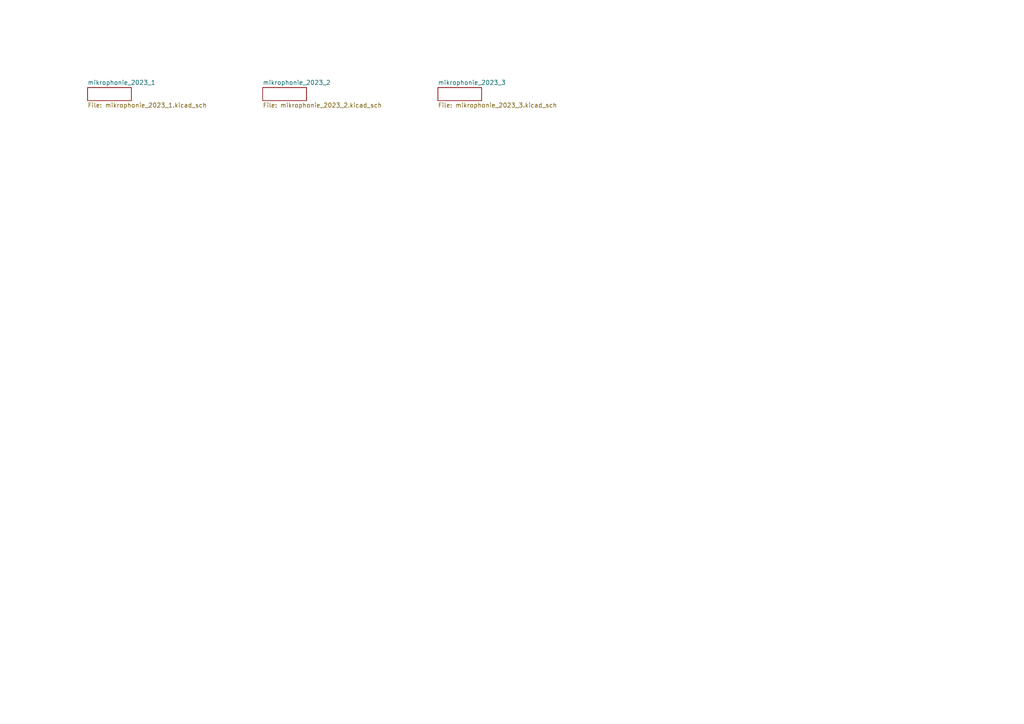
<source format=kicad_sch>
(kicad_sch
	(version 20231120)
	(generator "eeschema")
	(generator_version "8.0")
	(uuid "f93b4b04-04cb-4a33-8a4b-b6f103fe7e8c")
	(paper "A4")
	(lib_symbols)
	(sheet
		(at 25.4 25.4)
		(size 12.7 3.81)
		(fields_autoplaced yes)
		(stroke
			(width 0)
			(type solid)
		)
		(fill
			(color 0 0 0 0.0000)
		)
		(uuid "576ece24-3b03-411a-b973-ff608798a962")
		(property "Sheetname" "mikrophonie_2023_1"
			(at 25.4 24.6884 0)
			(effects
				(font
					(size 1.27 1.27)
				)
				(justify left bottom)
			)
		)
		(property "Sheetfile" "mikrophonie_2023_1.kicad_sch"
			(at 25.4 29.7946 0)
			(effects
				(font
					(size 1.27 1.27)
				)
				(justify left top)
			)
		)
		(instances
			(project "mikrophonie_2023"
				(path "/f93b4b04-04cb-4a33-8a4b-b6f103fe7e8c"
					(page "1")
				)
			)
		)
	)
	(sheet
		(at 127 25.4)
		(size 12.7 3.81)
		(fields_autoplaced yes)
		(stroke
			(width 0)
			(type solid)
		)
		(fill
			(color 0 0 0 0.0000)
		)
		(uuid "8df2d9d8-041e-46b5-910b-29a5d358f3be")
		(property "Sheetname" "mikrophonie_2023_3"
			(at 127 24.6884 0)
			(effects
				(font
					(size 1.27 1.27)
				)
				(justify left bottom)
			)
		)
		(property "Sheetfile" "mikrophonie_2023_3.kicad_sch"
			(at 127 29.7946 0)
			(effects
				(font
					(size 1.27 1.27)
				)
				(justify left top)
			)
		)
		(instances
			(project "mikrophonie_2023"
				(path "/f93b4b04-04cb-4a33-8a4b-b6f103fe7e8c"
					(page "3")
				)
			)
		)
	)
	(sheet
		(at 76.2 25.4)
		(size 12.7 3.81)
		(fields_autoplaced yes)
		(stroke
			(width 0)
			(type solid)
		)
		(fill
			(color 0 0 0 0.0000)
		)
		(uuid "c3f121d4-b416-4e9f-a9fa-ff0e8bb9d775")
		(property "Sheetname" "mikrophonie_2023_2"
			(at 76.2 24.6884 0)
			(effects
				(font
					(size 1.27 1.27)
				)
				(justify left bottom)
			)
		)
		(property "Sheetfile" "mikrophonie_2023_2.kicad_sch"
			(at 76.2 29.7946 0)
			(effects
				(font
					(size 1.27 1.27)
				)
				(justify left top)
			)
		)
		(instances
			(project "mikrophonie_2023"
				(path "/f93b4b04-04cb-4a33-8a4b-b6f103fe7e8c"
					(page "2")
				)
			)
		)
	)
	(sheet_instances
		(path "/"
			(page "1")
		)
	)
)

</source>
